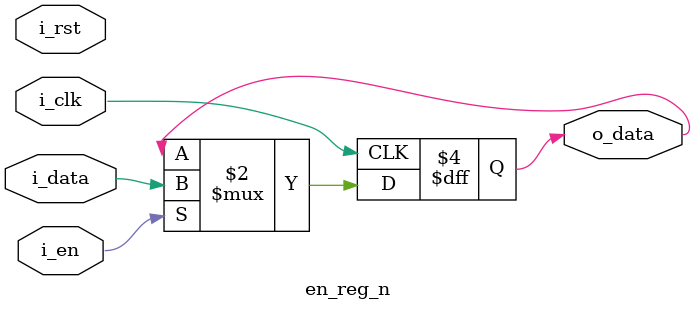
<source format=sv>
module en_reg_n #
(
  parameter WIDTH = 1
)
(
  input i_clk,
  input i_rst,
  input i_en,
  input [WIDTH-1:0] i_data,
  output logic [WIDTH-1:0] o_data
);

  always_ff @ (posedge i_clk) begin
    if(i_en)
      o_data <= i_data;
  end

endmodule

</source>
